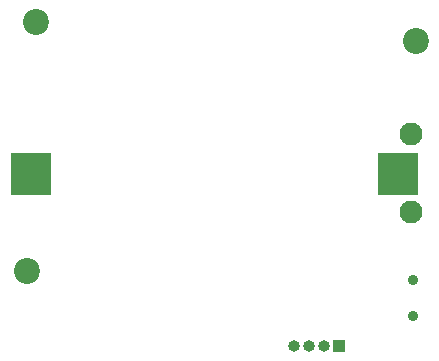
<source format=gbr>
%TF.GenerationSoftware,KiCad,Pcbnew,(6.0.0)*%
%TF.CreationDate,2022-05-30T17:20:12+01:00*%
%TF.ProjectId,Tracer,54726163-6572-42e6-9b69-6361645f7063,E*%
%TF.SameCoordinates,Original*%
%TF.FileFunction,Soldermask,Bot*%
%TF.FilePolarity,Negative*%
%FSLAX46Y46*%
G04 Gerber Fmt 4.6, Leading zero omitted, Abs format (unit mm)*
G04 Created by KiCad (PCBNEW (6.0.0)) date 2022-05-30 17:20:12*
%MOMM*%
%LPD*%
G01*
G04 APERTURE LIST*
%ADD10C,2.200000*%
%ADD11C,1.950000*%
%ADD12R,1.000000X1.000000*%
%ADD13O,1.000000X1.000000*%
%ADD14C,0.900000*%
%ADD15R,3.400000X3.600000*%
G04 APERTURE END LIST*
D10*
%TO.C,H3*%
X131000000Y-104500000D03*
%TD*%
D11*
%TO.C,J1*%
X163475000Y-99500000D03*
X163475000Y-92900000D03*
%TD*%
D12*
%TO.C,J2*%
X157400000Y-110900000D03*
D13*
X156130000Y-110900000D03*
X154860000Y-110900000D03*
X153590000Y-110900000D03*
%TD*%
D10*
%TO.C,H2*%
X163900000Y-85000000D03*
%TD*%
D14*
%TO.C,S2*%
X163700000Y-108300000D03*
X163700000Y-105300000D03*
%TD*%
D10*
%TO.C,H1*%
X131800000Y-83400000D03*
%TD*%
D15*
%TO.C,BT1*%
X162400000Y-96300000D03*
X131300000Y-96300000D03*
%TD*%
M02*

</source>
